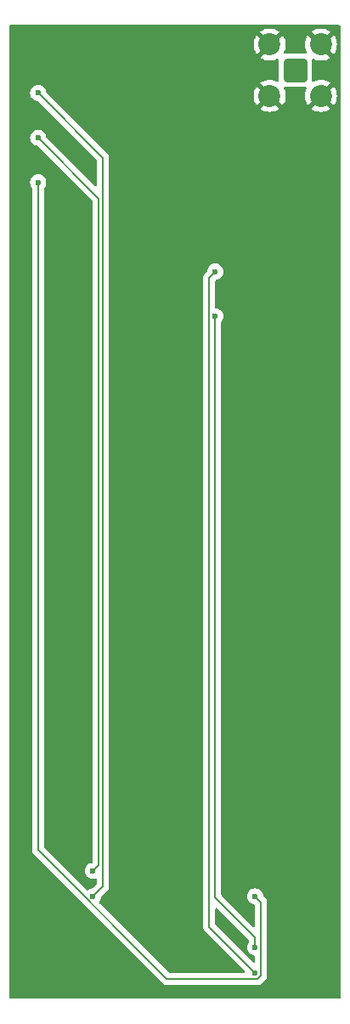
<source format=gbr>
%TF.GenerationSoftware,KiCad,Pcbnew,8.0.6*%
%TF.CreationDate,2024-10-23T18:19:56-04:00*%
%TF.ProjectId,MobileRadio,4d6f6269-6c65-4526-9164-696f2e6b6963,rev?*%
%TF.SameCoordinates,Original*%
%TF.FileFunction,Copper,L4,Bot*%
%TF.FilePolarity,Positive*%
%FSLAX46Y46*%
G04 Gerber Fmt 4.6, Leading zero omitted, Abs format (unit mm)*
G04 Created by KiCad (PCBNEW 8.0.6) date 2024-10-23 18:19:56*
%MOMM*%
%LPD*%
G01*
G04 APERTURE LIST*
G04 Aperture macros list*
%AMRoundRect*
0 Rectangle with rounded corners*
0 $1 Rounding radius*
0 $2 $3 $4 $5 $6 $7 $8 $9 X,Y pos of 4 corners*
0 Add a 4 corners polygon primitive as box body*
4,1,4,$2,$3,$4,$5,$6,$7,$8,$9,$2,$3,0*
0 Add four circle primitives for the rounded corners*
1,1,$1+$1,$2,$3*
1,1,$1+$1,$4,$5*
1,1,$1+$1,$6,$7*
1,1,$1+$1,$8,$9*
0 Add four rect primitives between the rounded corners*
20,1,$1+$1,$2,$3,$4,$5,0*
20,1,$1+$1,$4,$5,$6,$7,0*
20,1,$1+$1,$6,$7,$8,$9,0*
20,1,$1+$1,$8,$9,$2,$3,0*%
G04 Aperture macros list end*
%TA.AperFunction,ComponentPad*%
%ADD10RoundRect,0.200100X-0.949900X-0.949900X0.949900X-0.949900X0.949900X0.949900X-0.949900X0.949900X0*%
%TD*%
%TA.AperFunction,ComponentPad*%
%ADD11C,2.200000*%
%TD*%
%TA.AperFunction,ViaPad*%
%ADD12C,0.600000*%
%TD*%
%TA.AperFunction,Conductor*%
%ADD13C,0.200000*%
%TD*%
G04 APERTURE END LIST*
D10*
%TO.P,J1,1,In*%
%TO.N,Net-(J1-In)*%
X129000000Y-57000000D03*
D11*
%TO.P,J1,2,Ext*%
%TO.N,GND*%
X126450000Y-54450000D03*
X126450000Y-59550000D03*
X131550000Y-54450000D03*
X131550000Y-59550000D03*
%TD*%
D12*
%TO.N,Net-(U1-PA11_A3_D3)*%
X124995500Y-139319750D03*
%TO.N,GND*%
X130500000Y-132900000D03*
%TO.N,DRA_TX*%
X121025000Y-81525000D03*
%TO.N,DRA_RX*%
X121025000Y-77075000D03*
%TO.N,Net-(U1-PA11_A3_D3)*%
X103375000Y-68175000D03*
%TO.N,Net-(U1-PA6_A10_D10_MOSI)*%
X103375000Y-59275000D03*
%TO.N,Net-(U1-PA5_A9_D9_MISO)*%
X103375000Y-63725000D03*
X108830500Y-136779750D03*
%TO.N,Net-(U1-PA6_A10_D10_MOSI)*%
X108830500Y-139319750D03*
%TO.N,DRA_TX*%
X124995500Y-144399750D03*
%TO.N,DRA_RX*%
X124995500Y-146939750D03*
%TO.N,GND*%
X121385500Y-141606750D03*
X115670500Y-145411750D03*
X108830500Y-144399750D03*
X114500000Y-55500000D03*
X109900000Y-55500000D03*
%TD*%
D13*
%TO.N,DRA_TX*%
X121025000Y-139429250D02*
X121025000Y-81525000D01*
X124995500Y-144399750D02*
X124995500Y-143399750D01*
X124995500Y-143399750D02*
X121025000Y-139429250D01*
%TO.N,Net-(U1-PA11_A3_D3)*%
X125595500Y-147188279D02*
X125244029Y-147539750D01*
X116201971Y-147539750D02*
X103375000Y-134712779D01*
X103375000Y-134712779D02*
X103375000Y-68175000D01*
X125595500Y-139919750D02*
X125595500Y-147188279D01*
X124995500Y-139319750D02*
X125595500Y-139919750D01*
X125244029Y-147539750D02*
X116201971Y-147539750D01*
%TO.N,DRA_RX*%
X120425000Y-77675000D02*
X120425000Y-142369250D01*
X121025000Y-77075000D02*
X120425000Y-77675000D01*
X120425000Y-142369250D02*
X124995500Y-146939750D01*
%TO.N,Net-(U1-PA6_A10_D10_MOSI)*%
X109830500Y-138319750D02*
X108830500Y-139319750D01*
X103375000Y-59275000D02*
X109830500Y-65730500D01*
X109830500Y-65730500D02*
X109830500Y-138319750D01*
%TO.N,Net-(U1-PA5_A9_D9_MISO)*%
X109430500Y-136179750D02*
X108830500Y-136779750D01*
X103375000Y-63725000D02*
X109430500Y-69780500D01*
X109430500Y-69780500D02*
X109430500Y-136179750D01*
%TD*%
%TA.AperFunction,Conductor*%
%TO.N,GND*%
G36*
X121230703Y-140484634D02*
G01*
X121237181Y-140490666D01*
X124358681Y-143612166D01*
X124392166Y-143673489D01*
X124395000Y-143699847D01*
X124395000Y-143817337D01*
X124375315Y-143884376D01*
X124367950Y-143894646D01*
X124365686Y-143897484D01*
X124269711Y-144050226D01*
X124210131Y-144220495D01*
X124210130Y-144220500D01*
X124189935Y-144399746D01*
X124189935Y-144399753D01*
X124210130Y-144578999D01*
X124210131Y-144579004D01*
X124269711Y-144749273D01*
X124365684Y-144902012D01*
X124493238Y-145029566D01*
X124645978Y-145125539D01*
X124816245Y-145185118D01*
X124884884Y-145192851D01*
X124949296Y-145219916D01*
X124988852Y-145277510D01*
X124995000Y-145316071D01*
X124995000Y-145790653D01*
X124975315Y-145857692D01*
X124922511Y-145903447D01*
X124853353Y-145913391D01*
X124789797Y-145884366D01*
X124783319Y-145878334D01*
X121061819Y-142156834D01*
X121028334Y-142095511D01*
X121025500Y-142069153D01*
X121025500Y-140578347D01*
X121045185Y-140511308D01*
X121097989Y-140465553D01*
X121167147Y-140455609D01*
X121230703Y-140484634D01*
G37*
%TD.AperFunction*%
%TA.AperFunction,Conductor*%
G36*
X133442439Y-52520385D02*
G01*
X133488194Y-52573189D01*
X133499400Y-52624700D01*
X133499400Y-149375500D01*
X133479715Y-149442539D01*
X133426911Y-149488294D01*
X133375400Y-149499500D01*
X100624500Y-149499500D01*
X100557461Y-149479815D01*
X100511706Y-149427011D01*
X100500500Y-149375500D01*
X100500500Y-59274996D01*
X102569435Y-59274996D01*
X102569435Y-59275003D01*
X102589630Y-59454249D01*
X102589631Y-59454254D01*
X102649211Y-59624523D01*
X102730682Y-59754182D01*
X102745184Y-59777262D01*
X102872738Y-59904816D01*
X103025478Y-60000789D01*
X103195745Y-60060368D01*
X103282669Y-60070161D01*
X103347080Y-60097226D01*
X103356465Y-60105700D01*
X109193681Y-65942916D01*
X109227166Y-66004239D01*
X109230000Y-66030597D01*
X109230000Y-68431403D01*
X109210315Y-68498442D01*
X109157511Y-68544197D01*
X109088353Y-68554141D01*
X109024797Y-68525116D01*
X109018319Y-68519084D01*
X104205700Y-63706465D01*
X104172215Y-63645142D01*
X104170163Y-63632686D01*
X104160368Y-63545745D01*
X104100789Y-63375478D01*
X104004816Y-63222738D01*
X103877262Y-63095184D01*
X103724523Y-62999211D01*
X103554254Y-62939631D01*
X103554249Y-62939630D01*
X103375004Y-62919435D01*
X103374996Y-62919435D01*
X103195750Y-62939630D01*
X103195745Y-62939631D01*
X103025476Y-62999211D01*
X102872737Y-63095184D01*
X102745184Y-63222737D01*
X102649211Y-63375476D01*
X102589631Y-63545745D01*
X102589630Y-63545750D01*
X102569435Y-63724996D01*
X102569435Y-63725003D01*
X102589630Y-63904249D01*
X102589631Y-63904254D01*
X102649211Y-64074523D01*
X102745184Y-64227262D01*
X102872738Y-64354816D01*
X103025478Y-64450789D01*
X103195745Y-64510368D01*
X103282669Y-64520161D01*
X103347080Y-64547226D01*
X103356465Y-64555700D01*
X108793681Y-69992916D01*
X108827166Y-70054239D01*
X108830000Y-70080597D01*
X108830000Y-135863427D01*
X108810315Y-135930466D01*
X108757511Y-135976221D01*
X108719884Y-135986647D01*
X108651250Y-135994380D01*
X108480978Y-136053960D01*
X108328237Y-136149934D01*
X108200684Y-136277487D01*
X108104711Y-136430226D01*
X108045131Y-136600495D01*
X108045130Y-136600500D01*
X108024935Y-136779746D01*
X108024935Y-136779753D01*
X108045130Y-136958999D01*
X108045131Y-136959004D01*
X108104711Y-137129273D01*
X108200684Y-137282012D01*
X108328238Y-137409566D01*
X108480978Y-137505539D01*
X108651242Y-137565117D01*
X108651245Y-137565118D01*
X108651250Y-137565119D01*
X108830496Y-137585315D01*
X108830500Y-137585315D01*
X108830504Y-137585315D01*
X109009749Y-137565119D01*
X109009750Y-137565118D01*
X109009755Y-137565118D01*
X109065045Y-137545770D01*
X109134822Y-137542208D01*
X109195450Y-137576936D01*
X109227678Y-137638929D01*
X109230000Y-137662812D01*
X109230000Y-138019652D01*
X109210315Y-138086691D01*
X109193681Y-138107333D01*
X108811965Y-138489048D01*
X108750642Y-138522533D01*
X108738168Y-138524587D01*
X108651250Y-138534380D01*
X108480978Y-138593960D01*
X108334067Y-138686271D01*
X108266830Y-138705271D01*
X108199995Y-138684903D01*
X108180414Y-138668958D01*
X104011819Y-134500363D01*
X103978334Y-134439040D01*
X103975500Y-134412682D01*
X103975500Y-68757412D01*
X103995185Y-68690373D01*
X104002555Y-68680097D01*
X104004810Y-68677267D01*
X104004816Y-68677262D01*
X104100789Y-68524522D01*
X104160368Y-68354255D01*
X104180565Y-68175000D01*
X104160368Y-67995745D01*
X104100789Y-67825478D01*
X104004816Y-67672738D01*
X103877262Y-67545184D01*
X103724523Y-67449211D01*
X103554254Y-67389631D01*
X103554249Y-67389630D01*
X103375004Y-67369435D01*
X103374996Y-67369435D01*
X103195750Y-67389630D01*
X103195745Y-67389631D01*
X103025476Y-67449211D01*
X102872737Y-67545184D01*
X102745184Y-67672737D01*
X102649211Y-67825476D01*
X102589631Y-67995745D01*
X102589630Y-67995750D01*
X102569435Y-68174996D01*
X102569435Y-68175003D01*
X102589630Y-68354249D01*
X102589631Y-68354254D01*
X102649211Y-68524523D01*
X102745185Y-68677263D01*
X102747445Y-68680097D01*
X102748334Y-68682275D01*
X102748889Y-68683158D01*
X102748734Y-68683255D01*
X102773855Y-68744783D01*
X102774500Y-68757412D01*
X102774500Y-134626109D01*
X102774499Y-134626127D01*
X102774499Y-134791833D01*
X102774498Y-134791833D01*
X102815423Y-134944564D01*
X102844358Y-134994679D01*
X102844359Y-134994683D01*
X102844360Y-134994683D01*
X102894479Y-135081493D01*
X102894481Y-135081496D01*
X103013349Y-135200364D01*
X103013355Y-135200369D01*
X115717110Y-147904124D01*
X115717120Y-147904135D01*
X115721450Y-147908465D01*
X115721451Y-147908466D01*
X115833255Y-148020270D01*
X115833257Y-148020271D01*
X115833261Y-148020274D01*
X115970180Y-148099323D01*
X115970187Y-148099327D01*
X116081990Y-148129284D01*
X116122913Y-148140250D01*
X116122914Y-148140250D01*
X125157360Y-148140250D01*
X125157376Y-148140251D01*
X125164972Y-148140251D01*
X125323083Y-148140251D01*
X125323086Y-148140251D01*
X125475814Y-148099327D01*
X125525933Y-148070389D01*
X125612745Y-148020270D01*
X125724549Y-147908466D01*
X125724549Y-147908464D01*
X125734757Y-147898257D01*
X125734759Y-147898254D01*
X125964213Y-147668800D01*
X125964216Y-147668799D01*
X126076020Y-147556995D01*
X126126139Y-147470183D01*
X126155077Y-147420064D01*
X126196000Y-147267336D01*
X126196000Y-147109222D01*
X126196000Y-139840693D01*
X126190994Y-139822012D01*
X126155077Y-139687965D01*
X126144285Y-139669273D01*
X126118304Y-139624272D01*
X126076022Y-139551037D01*
X126076021Y-139551036D01*
X126076020Y-139551034D01*
X125964216Y-139439230D01*
X125964215Y-139439229D01*
X125959885Y-139434899D01*
X125959874Y-139434889D01*
X125826200Y-139301215D01*
X125792715Y-139239892D01*
X125790663Y-139227436D01*
X125780868Y-139140495D01*
X125721289Y-138970228D01*
X125625316Y-138817488D01*
X125497762Y-138689934D01*
X125464379Y-138668958D01*
X125345023Y-138593961D01*
X125174754Y-138534381D01*
X125174749Y-138534380D01*
X124995504Y-138514185D01*
X124995496Y-138514185D01*
X124816250Y-138534380D01*
X124816245Y-138534381D01*
X124645976Y-138593961D01*
X124493237Y-138689934D01*
X124365684Y-138817487D01*
X124269711Y-138970226D01*
X124210131Y-139140495D01*
X124210130Y-139140500D01*
X124189935Y-139319746D01*
X124189935Y-139319753D01*
X124210130Y-139498999D01*
X124210131Y-139499004D01*
X124269711Y-139669273D01*
X124362020Y-139816181D01*
X124365684Y-139822012D01*
X124493238Y-139949566D01*
X124645978Y-140045539D01*
X124816245Y-140105118D01*
X124884884Y-140112851D01*
X124949296Y-140139916D01*
X124988852Y-140197510D01*
X124995000Y-140236071D01*
X124995000Y-142250653D01*
X124975315Y-142317692D01*
X124922511Y-142363447D01*
X124853353Y-142373391D01*
X124789797Y-142344366D01*
X124783319Y-142338334D01*
X121661819Y-139216834D01*
X121628334Y-139155511D01*
X121625500Y-139129153D01*
X121625500Y-82107412D01*
X121645185Y-82040373D01*
X121652555Y-82030097D01*
X121654810Y-82027267D01*
X121654816Y-82027262D01*
X121750789Y-81874522D01*
X121810368Y-81704255D01*
X121830565Y-81525000D01*
X121810368Y-81345745D01*
X121750789Y-81175478D01*
X121654816Y-81022738D01*
X121527262Y-80895184D01*
X121374521Y-80799210D01*
X121204249Y-80739630D01*
X121135616Y-80731897D01*
X121071202Y-80704830D01*
X121031647Y-80647235D01*
X121025500Y-80608677D01*
X121025500Y-77991321D01*
X121045185Y-77924282D01*
X121097989Y-77878527D01*
X121135613Y-77868101D01*
X121204255Y-77860368D01*
X121374522Y-77800789D01*
X121527262Y-77704816D01*
X121654816Y-77577262D01*
X121750789Y-77424522D01*
X121810368Y-77254255D01*
X121817103Y-77194480D01*
X121830565Y-77075003D01*
X121830565Y-77074996D01*
X121810369Y-76895750D01*
X121810368Y-76895745D01*
X121750788Y-76725476D01*
X121654815Y-76572737D01*
X121527262Y-76445184D01*
X121374523Y-76349211D01*
X121204254Y-76289631D01*
X121204249Y-76289630D01*
X121025004Y-76269435D01*
X121024996Y-76269435D01*
X120845750Y-76289630D01*
X120845745Y-76289631D01*
X120675476Y-76349211D01*
X120522737Y-76445184D01*
X120395184Y-76572737D01*
X120299210Y-76725478D01*
X120239630Y-76895750D01*
X120229837Y-76982668D01*
X120202770Y-77047082D01*
X120194299Y-77056465D01*
X120056286Y-77194478D01*
X119944481Y-77306282D01*
X119944477Y-77306287D01*
X119902196Y-77379522D01*
X119865424Y-77443211D01*
X119865423Y-77443212D01*
X119840868Y-77534851D01*
X119824499Y-77595943D01*
X119824499Y-77595945D01*
X119824499Y-77764046D01*
X119824500Y-77764059D01*
X119824500Y-142282580D01*
X119824499Y-142282598D01*
X119824499Y-142448304D01*
X119824498Y-142448304D01*
X119865423Y-142601035D01*
X119894358Y-142651150D01*
X119894359Y-142651154D01*
X119894360Y-142651154D01*
X119944479Y-142737964D01*
X119944481Y-142737967D01*
X120063349Y-142856835D01*
X120063355Y-142856840D01*
X123934084Y-146727569D01*
X123967569Y-146788892D01*
X123962585Y-146858584D01*
X123920713Y-146914517D01*
X123855249Y-146938934D01*
X123846403Y-146939250D01*
X116502068Y-146939250D01*
X116435029Y-146919565D01*
X116414387Y-146902931D01*
X109481291Y-139969835D01*
X109447806Y-139908512D01*
X109452790Y-139838820D01*
X109463975Y-139816187D01*
X109556289Y-139669272D01*
X109615868Y-139499005D01*
X109625661Y-139412079D01*
X109652726Y-139347668D01*
X109661189Y-139338294D01*
X110311020Y-138688466D01*
X110390077Y-138551534D01*
X110431001Y-138398807D01*
X110431001Y-138240692D01*
X110431001Y-138233097D01*
X110431000Y-138233079D01*
X110431000Y-65819560D01*
X110431001Y-65819547D01*
X110431001Y-65651444D01*
X110390076Y-65498714D01*
X110390073Y-65498709D01*
X110311024Y-65361790D01*
X110311018Y-65361782D01*
X104205700Y-59256465D01*
X104172215Y-59195142D01*
X104170163Y-59182686D01*
X104160368Y-59095745D01*
X104100789Y-58925478D01*
X104004816Y-58772738D01*
X103877262Y-58645184D01*
X103794960Y-58593470D01*
X103724523Y-58549211D01*
X103554254Y-58489631D01*
X103554249Y-58489630D01*
X103375004Y-58469435D01*
X103374996Y-58469435D01*
X103195750Y-58489630D01*
X103195745Y-58489631D01*
X103025476Y-58549211D01*
X102872737Y-58645184D01*
X102745184Y-58772737D01*
X102649211Y-58925476D01*
X102589631Y-59095745D01*
X102589630Y-59095750D01*
X102569435Y-59274996D01*
X100500500Y-59274996D01*
X100500500Y-54450000D01*
X124845052Y-54450000D01*
X124864812Y-54701072D01*
X124923603Y-54945956D01*
X125019980Y-55178631D01*
X125151568Y-55393362D01*
X125152266Y-55394179D01*
X125810689Y-54735756D01*
X125829668Y-54781574D01*
X125906274Y-54896224D01*
X126003776Y-54993726D01*
X126118426Y-55070332D01*
X126164242Y-55089309D01*
X125505819Y-55747732D01*
X125505819Y-55747733D01*
X125506634Y-55748429D01*
X125721368Y-55880019D01*
X125954043Y-55976396D01*
X126198927Y-56035187D01*
X126450000Y-56054947D01*
X126701072Y-56035187D01*
X126945956Y-55976396D01*
X127178047Y-55880261D01*
X127247516Y-55872792D01*
X127309996Y-55904067D01*
X127345648Y-55964156D01*
X127349500Y-55994822D01*
X127349500Y-58005177D01*
X127329815Y-58072216D01*
X127277011Y-58117971D01*
X127207853Y-58127915D01*
X127178048Y-58119738D01*
X126945959Y-58023604D01*
X126701072Y-57964812D01*
X126450000Y-57945052D01*
X126198927Y-57964812D01*
X125954043Y-58023603D01*
X125721368Y-58119980D01*
X125506637Y-58251567D01*
X125505819Y-58252266D01*
X126164243Y-58910690D01*
X126118426Y-58929668D01*
X126003776Y-59006274D01*
X125906274Y-59103776D01*
X125829668Y-59218426D01*
X125810690Y-59264243D01*
X125152266Y-58605819D01*
X125151567Y-58606637D01*
X125019980Y-58821368D01*
X124923603Y-59054043D01*
X124864812Y-59298927D01*
X124845052Y-59550000D01*
X124864812Y-59801072D01*
X124923603Y-60045956D01*
X125019980Y-60278631D01*
X125151568Y-60493362D01*
X125152266Y-60494179D01*
X125810689Y-59835756D01*
X125829668Y-59881574D01*
X125906274Y-59996224D01*
X126003776Y-60093726D01*
X126118426Y-60170332D01*
X126164242Y-60189309D01*
X125505819Y-60847732D01*
X125505819Y-60847733D01*
X125506634Y-60848429D01*
X125721368Y-60980019D01*
X125954043Y-61076396D01*
X126198927Y-61135187D01*
X126450000Y-61154947D01*
X126701072Y-61135187D01*
X126945956Y-61076396D01*
X127178631Y-60980019D01*
X127393361Y-60848432D01*
X127393363Y-60848430D01*
X127394180Y-60847732D01*
X126735757Y-60189309D01*
X126781574Y-60170332D01*
X126896224Y-60093726D01*
X126993726Y-59996224D01*
X127070332Y-59881574D01*
X127089309Y-59835757D01*
X127747732Y-60494180D01*
X127748430Y-60493363D01*
X127748432Y-60493361D01*
X127880019Y-60278631D01*
X127976396Y-60045956D01*
X128035187Y-59801072D01*
X128054947Y-59550000D01*
X128035187Y-59298927D01*
X127976396Y-59054043D01*
X127880261Y-58821953D01*
X127872792Y-58752484D01*
X127904067Y-58690004D01*
X127964156Y-58654352D01*
X127994822Y-58650500D01*
X130005178Y-58650500D01*
X130072217Y-58670185D01*
X130117972Y-58722989D01*
X130127916Y-58792147D01*
X130119739Y-58821953D01*
X130023603Y-59054043D01*
X129964812Y-59298927D01*
X129945052Y-59550000D01*
X129964812Y-59801072D01*
X130023603Y-60045956D01*
X130119980Y-60278631D01*
X130251568Y-60493362D01*
X130252266Y-60494179D01*
X130910689Y-59835756D01*
X130929668Y-59881574D01*
X131006274Y-59996224D01*
X131103776Y-60093726D01*
X131218426Y-60170332D01*
X131264242Y-60189309D01*
X130605819Y-60847732D01*
X130605819Y-60847733D01*
X130606634Y-60848429D01*
X130821368Y-60980019D01*
X131054043Y-61076396D01*
X131298927Y-61135187D01*
X131550000Y-61154947D01*
X131801072Y-61135187D01*
X132045956Y-61076396D01*
X132278631Y-60980019D01*
X132493361Y-60848432D01*
X132493363Y-60848430D01*
X132494180Y-60847732D01*
X131835757Y-60189309D01*
X131881574Y-60170332D01*
X131996224Y-60093726D01*
X132093726Y-59996224D01*
X132170332Y-59881574D01*
X132189309Y-59835757D01*
X132847732Y-60494180D01*
X132848430Y-60493363D01*
X132848432Y-60493361D01*
X132980019Y-60278631D01*
X133076396Y-60045956D01*
X133135187Y-59801072D01*
X133154947Y-59550000D01*
X133135187Y-59298927D01*
X133076396Y-59054043D01*
X132980019Y-58821368D01*
X132848429Y-58606634D01*
X132847733Y-58605819D01*
X132847732Y-58605819D01*
X132189309Y-59264242D01*
X132170332Y-59218426D01*
X132093726Y-59103776D01*
X131996224Y-59006274D01*
X131881574Y-58929668D01*
X131835756Y-58910689D01*
X132494179Y-58252266D01*
X132493362Y-58251568D01*
X132278631Y-58119980D01*
X132045956Y-58023603D01*
X131801072Y-57964812D01*
X131550000Y-57945052D01*
X131298927Y-57964812D01*
X131054041Y-58023604D01*
X131054039Y-58023604D01*
X130821952Y-58119738D01*
X130752483Y-58127207D01*
X130690004Y-58095932D01*
X130654352Y-58035843D01*
X130650500Y-58005177D01*
X130650500Y-55994822D01*
X130670185Y-55927783D01*
X130722989Y-55882028D01*
X130792147Y-55872084D01*
X130821953Y-55880261D01*
X131054043Y-55976396D01*
X131298927Y-56035187D01*
X131550000Y-56054947D01*
X131801072Y-56035187D01*
X132045956Y-55976396D01*
X132278631Y-55880019D01*
X132493361Y-55748432D01*
X132493363Y-55748430D01*
X132494180Y-55747732D01*
X131835757Y-55089309D01*
X131881574Y-55070332D01*
X131996224Y-54993726D01*
X132093726Y-54896224D01*
X132170332Y-54781574D01*
X132189309Y-54735757D01*
X132847732Y-55394180D01*
X132848430Y-55393363D01*
X132848432Y-55393361D01*
X132980019Y-55178631D01*
X133076396Y-54945956D01*
X133135187Y-54701072D01*
X133154947Y-54450000D01*
X133135187Y-54198927D01*
X133076396Y-53954043D01*
X132980019Y-53721368D01*
X132848429Y-53506634D01*
X132847733Y-53505819D01*
X132847732Y-53505819D01*
X132189309Y-54164242D01*
X132170332Y-54118426D01*
X132093726Y-54003776D01*
X131996224Y-53906274D01*
X131881574Y-53829668D01*
X131835756Y-53810690D01*
X132494179Y-53152266D01*
X132493362Y-53151568D01*
X132278631Y-53019980D01*
X132045956Y-52923603D01*
X131801072Y-52864812D01*
X131550000Y-52845052D01*
X131298927Y-52864812D01*
X131054043Y-52923603D01*
X130821368Y-53019980D01*
X130606637Y-53151567D01*
X130605819Y-53152266D01*
X131264243Y-53810690D01*
X131218426Y-53829668D01*
X131103776Y-53906274D01*
X131006274Y-54003776D01*
X130929668Y-54118426D01*
X130910690Y-54164243D01*
X130252266Y-53505819D01*
X130251567Y-53506637D01*
X130119980Y-53721368D01*
X130023603Y-53954043D01*
X129964812Y-54198927D01*
X129945052Y-54450000D01*
X129964812Y-54701072D01*
X130023603Y-54945956D01*
X130119739Y-55178047D01*
X130127208Y-55247516D01*
X130095933Y-55309996D01*
X130035844Y-55345648D01*
X130005178Y-55349500D01*
X127994822Y-55349500D01*
X127927783Y-55329815D01*
X127882028Y-55277011D01*
X127872084Y-55207853D01*
X127880261Y-55178047D01*
X127976396Y-54945956D01*
X128035187Y-54701072D01*
X128054947Y-54450000D01*
X128035187Y-54198927D01*
X127976396Y-53954043D01*
X127880019Y-53721368D01*
X127748429Y-53506634D01*
X127747733Y-53505819D01*
X127747732Y-53505819D01*
X127089309Y-54164242D01*
X127070332Y-54118426D01*
X126993726Y-54003776D01*
X126896224Y-53906274D01*
X126781574Y-53829668D01*
X126735756Y-53810690D01*
X127394179Y-53152266D01*
X127393362Y-53151568D01*
X127178631Y-53019980D01*
X126945956Y-52923603D01*
X126701072Y-52864812D01*
X126450000Y-52845052D01*
X126198927Y-52864812D01*
X125954043Y-52923603D01*
X125721368Y-53019980D01*
X125506637Y-53151567D01*
X125505819Y-53152266D01*
X126164243Y-53810690D01*
X126118426Y-53829668D01*
X126003776Y-53906274D01*
X125906274Y-54003776D01*
X125829668Y-54118426D01*
X125810690Y-54164243D01*
X125152266Y-53505819D01*
X125151567Y-53506637D01*
X125019980Y-53721368D01*
X124923603Y-53954043D01*
X124864812Y-54198927D01*
X124845052Y-54450000D01*
X100500500Y-54450000D01*
X100500500Y-52624700D01*
X100520185Y-52557661D01*
X100572989Y-52511906D01*
X100624500Y-52500700D01*
X133375400Y-52500700D01*
X133442439Y-52520385D01*
G37*
%TD.AperFunction*%
%TD*%
M02*

</source>
